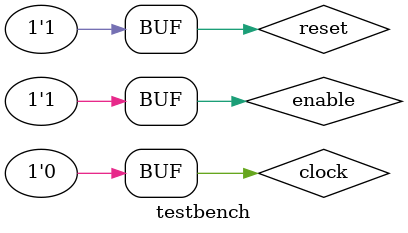
<source format=v>
`timescale 1ns/10ps

module testbench;

localparam T = 20;

reg clock;
reg enable;
reg reset;

//connect new_connect (); // TODO: add parameters

always begin
	clock = 1'd1;

	#(T/2);
	
	clock = 1'd0;

	#(T/2);
end

initial begin
	enable = 1'd0;
	reset = 1'd0;

	#(T/2);

	reset = 1'd1;
	enable = 1'd1;
end
endmodule

</source>
